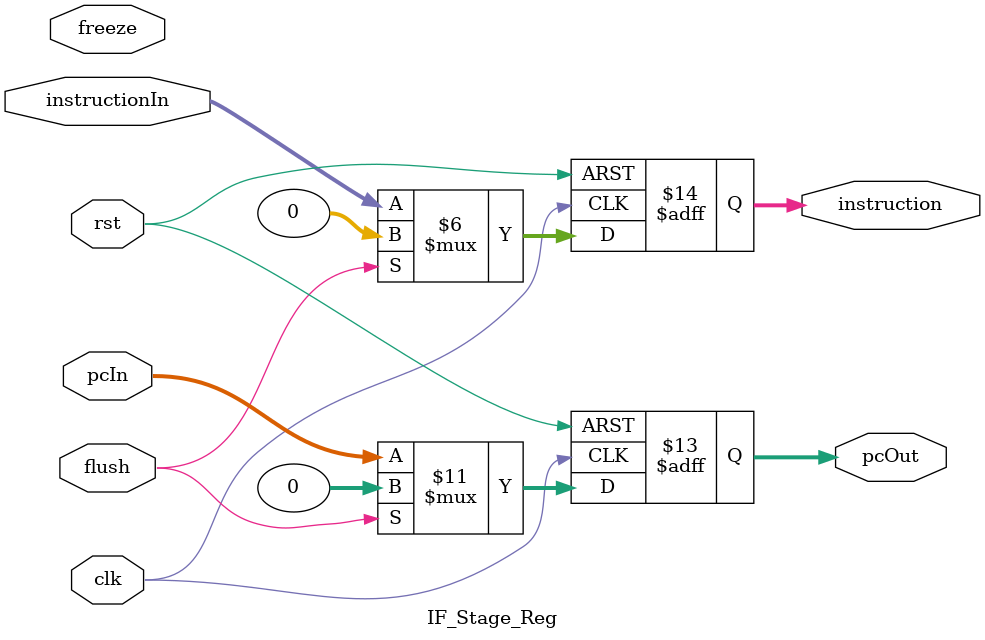
<source format=v>
module IF_Stage_Reg #(parameter N = 32)(clk, rst, freeze, flush, pcIn, instructionIn, pcOut, instruction);
    input clk, rst, freeze, flush;
    input [N-1:0] pcIn;
    input [N-1:0] instructionIn;
    output reg [N-1:0] pcOut;
    output reg [N-1:0] instruction;

    always @(posedge clk or posedge rst) begin
        if(rst) begin
            pcOut <= 0;
            instruction <= 0;
        end  
        else if(flush) begin
            pcOut <= 0;
            instruction <= 0;
        end
        else if(~freeze) begin
            pcOut <= pcIn;
            instruction <= instructionIn;
        end  
        else begin
            pcOut <= pcIn;
            instruction <= instructionIn;
        end  
    end
endmodule
</source>
